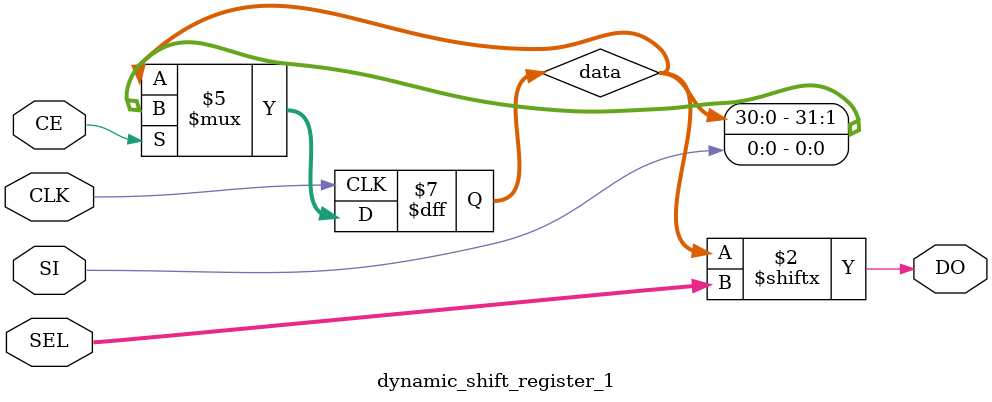
<source format=v>

module shift_registers_0 (clk, clken, SI, SO);
parameter WIDTH = 32;
input clk, clken, SI;
output SO;
reg [WIDTH-1:0] shreg;
always @(posedge clk)
begin
	if (clken)
		shreg <= {shreg[WIDTH-2:0], SI};
end
assign SO = shreg[WIDTH-1];
endmodule

// 32-bit Shift Register
// Rising edge clock
// Active high clock enable
// For-loop based template
// File: shift_registers_1.v
module shift_registers_1 (clk, clken, SI, SO);
parameter WIDTH = 32;
input clk, clken, SI;
output SO;
reg [WIDTH-1:0] shreg;
integer i;
always @(posedge clk)
begin
    if (clken)
    begin
        for (i = 0; i < WIDTH-1; i = i+1)
            shreg[i+1] <= shreg[i];
        shreg[0] <= SI;
    end
end
assign SO = shreg[WIDTH-1];
endmodule

// 32-bit dynamic shift register.
// Download:
// File: dynamic_shift_registers_1.v
module dynamic_shift_register_1 (CLK, CE, SEL, SI, DO);
parameter SELWIDTH = 5;
input CLK, CE, SI;
input [SELWIDTH-1:0] SEL;
output DO;
localparam DATAWIDTH = 2**SELWIDTH;
reg [DATAWIDTH-1:0] data;
assign DO = data[SEL];
always @(posedge CLK)
 begin
 if (CE == 1'b1)
 data <= {data[DATAWIDTH-2:0], SI};
 end
endmodule

</source>
